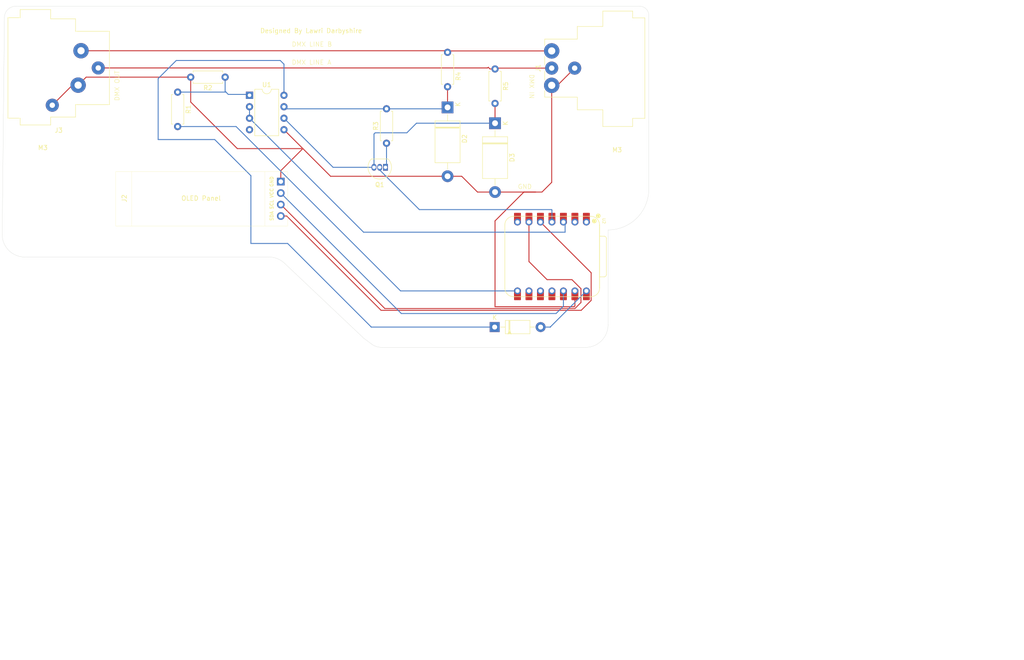
<source format=kicad_pcb>
(kicad_pcb (version 20240108) (generator "pcbnew") (generator_version "8.0")
  (layers (0 "F.Cu" signal) (31 "B.Cu" signal) (34 "B.Paste" user) (35 "F.Paste" user) (36 "B.SilkS" user "B.Silkscreen") (37 "F.SilkS" user "F.Silkscreen") (38 "B.Mask" user) (39 "F.Mask" user) (44 "Edge.Cuts" user))
  (net 0 "")
  (net 1 "+5V")
  (net 2 "Net-(D1-A)")
  (net 3 "Net-(D2-A1)")
  (net 4 "GND")
  (net 5 "Net-(D3-A1)")
  (net 6 "Net-(J1-Pad3)")
  (net 7 "Net-(J1-Pad2)")
  (net 8 "VCC")
  (net 9 "SCL")
  (net 10 "SDA")
  (net 11 "Net-(Q1-E)")
  (net 12 "TERM CONTROL")
  (net 13 "RX")
  (net 14 "/5V")
  (net 15 "TX{slash}RX Control")
  (net 16 "TX")
  (footprint "Seeed Studio XIAO Series Library:XIAO-ESP32C3-DIP" (layer "F.Cu") (at 172.58 105 -90)
    (property "Reference" "U2" (at -8 -11.5 -90) (layer "F.SilkS") (effects (font (size 0.635 0.635) (thickness 0.1016))))
    (property "Value" "XIAO-ESP32-C3-DIP")
    (fp_line (start -7.105 10.414) (end 6.865 10.414) (stroke (width 0.127)) (layer "F.SilkS"))
    (fp_line (start -9.01 8.509) (end -9.01 -8.636) (stroke (width 0.127)) (layer "F.SilkS"))
    (fp_line (start 8.77 8.509) (end 8.77 -8.636) (stroke (width 0.127)) (layer "F.SilkS"))
    (fp_line (start -4.615 -10.541) (end -4.611272 -11.551272) (stroke (width 0.127)) (layer "F.SilkS"))
    (fp_line (start 6.865 -10.541) (end -7.105 -10.541) (stroke (width 0.1)) (layer "F.SilkS"))
    (fp_line (start 6.865 -10.541) (end -7.105 -10.541) (stroke (width 0.127)) (layer "F.SilkS"))
    (fp_line (start 4.384 -11.551) (end 4.384 -10.541) (stroke (width 0.127)) (layer "F.SilkS"))
    (fp_line (start -4.111272 -12.051) (end 3.884 -12.051) (stroke (width 0.127)) (layer "F.SilkS"))
    (fp_arc (start -7.105 10.414) (mid -8.452038 9.856038) (end -9.01 8.509) (stroke (width 0.127)) (layer "F.SilkS"))
    (fp_arc (start 8.77 8.509) (mid 8.212038 9.856038) (end 6.865 10.414) (stroke (width 0.127)) (layer "F.SilkS"))
    (fp_arc (start -9.01 -8.636) (mid -8.452038 -9.983038) (end -7.105 -10.541) (stroke (width 0.127)) (layer "F.SilkS"))
    (fp_arc (start 6.865 -10.541) (mid 8.212038 -9.983038) (end 8.77 -8.636) (stroke (width 0.127)) (layer "F.SilkS"))
    (fp_arc (start -4.611272 -11.551272) (mid -4.464724 -11.904644) (end -4.111272 -12.051) (stroke (width 0.127)) (layer "F.SilkS"))
    (fp_arc (start 3.884 -12.051) (mid 4.237553 -11.904553) (end 4.384 -11.551) (stroke (width 0.127)) (layer "F.SilkS"))
    (fp_circle (center -7.977 -9.37) (end -7.977 -9.624) (stroke (width 0.5)) (fill solid) (layer "F.SilkS"))
    (fp_circle (center -9.12 -10.25) (end -9.12 -10.504) (stroke (width 0.5)) (fill solid) (layer "F.SilkS"))
    (pad "1" smd roundrect (at -8.575 -7.62 90) (size 2.432 1.524) (layers "F.Cu" "F.Mask") (roundrect_rratio 0.1))
    (pad "1" thru_hole circle (at -7.74 -7.62 90) (size 1.524 1.524) (drill 0.889) (layers "*.Cu" "*.Mask"))
    (pad "2" smd roundrect (at -8.575 -5.08 90) (size 2.432 1.524) (layers "F.Cu" "F.Mask") (roundrect_rratio 0.1))
    (pad "2" thru_hole circle (at -7.74 -5.08 90) (size 1.524 1.524) (drill 0.889) (layers "*.Cu" "*.Mask"))
    (pad "3" smd roundrect (at -8.575 -2.54 90) (size 2.432 1.524) (layers "F.Cu" "F.Mask") (roundrect_rratio 0.1) (net 15 "TX{slash}RX Control"))
    (pad "3" thru_hole circle (at -7.74 -2.54 90) (size 1.524 1.524) (drill 0.889) (layers "*.Cu" "*.Mask") (net 15 "TX{slash}RX Control"))
    (pad "4" smd roundrect (at -8.575 0 90) (size 2.432 1.524) (layers "F.Cu" "F.Mask") (roundrect_rratio 0.1) (net 12 "TERM CONTROL"))
    (pad "4" thru_hole circle (at -7.74 0 90) (size 1.524 1.524) (drill 0.889) (layers "*.Cu" "*.Mask") (net 12 "TERM CONTROL"))
    (pad "5" smd roundrect (at -8.575 2.54 90) (size 2.432 1.524) (layers "F.Cu" "F.Mask") (roundrect_rratio 0.1) (net 10 "SDA"))
    (pad "5" thru_hole circle (at -7.74 2.54 90) (size 1.524 1.524) (drill 0.889) (layers "*.Cu" "*.Mask") (net 10 "SDA"))
    (pad "6" smd roundrect (at -8.575 5.08 90) (size 2.432 1.524) (layers "F.Cu" "F.Mask") (roundrect_rratio 0.1) (net 9 "SCL"))
    (pad "6" thru_hole circle (at -7.74 5.08 90) (size 1.524 1.524) (drill 0.889) (layers "*.Cu" "*.Mask") (net 9 "SCL"))
    (pad "7" smd roundrect (at -8.575 7.62 90) (size 2.432 1.524) (layers "F.Cu" "F.Mask") (roundrect_rratio 0.1) (net 16 "TX"))
    (pad "7" thru_hole circle (at -7.74 7.62 90) (size 1.524 1.524) (drill 0.889) (layers "*.Cu" "*.Mask") (net 16 "TX"))
    (pad "8" thru_hole circle (at 7.5 7.62 270) (size 1.524 1.524) (drill 0.889) (layers "*.Cu" "*.Mask") (net 13 "RX"))
    (pad "8" smd roundrect (at 8.335 7.62 270) (size 2.432 1.524) (layers "F.Cu" "F.Mask") (roundrect_rratio 0.1) (net 13 "RX"))
    (pad "9" thru_hole circle (at 7.5 5.08 270) (size 1.524 1.524) (drill 0.889) (layers "*.Cu" "*.Mask"))
    (pad "9" smd roundrect (at 8.335 5.08 270) (size 2.432 1.524) (layers "F.Cu" "F.Mask") (roundrect_rratio 0.1))
    (pad "10" thru_hole circle (at 7.5 2.54 270) (size 1.524 1.524) (drill 0.889) (layers "*.Cu" "*.Mask"))
    (pad "10" smd roundrect (at 8.335 2.54 270) (size 2.432 1.524) (layers "F.Cu" "F.Mask") (roundrect_rratio 0.1))
    (pad "11" thru_hole circle (at 7.5 0 270) (size 1.524 1.524) (drill 0.889) (layers "*.Cu" "*.Mask"))
    (pad "11" smd roundrect (at 8.335 0 270) (size 2.432 1.524) (layers "F.Cu" "F.Mask") (roundrect_rratio 0.1))
    (pad "12" thru_hole circle (at 7.5 -2.54 270) (size 1.524 1.524) (drill 0.889) (layers "*.Cu" "*.Mask") (net 8 "VCC"))
    (pad "12" smd roundrect (at 8.335 -2.54 270) (size 2.432 1.524) (layers "F.Cu" "F.Mask") (roundrect_rratio 0.1) (net 8 "VCC"))
    (pad "13" thru_hole circle (at 7.5 -5.08 270) (size 1.524 1.524) (drill 0.889) (layers "*.Cu" "*.Mask") (net 4 "GND"))
    (pad "13" smd roundrect (at 8.335 -5.08 270) (size 2.432 1.524) (layers "F.Cu" "F.Mask") (roundrect_rratio 0.1) (net 4 "GND"))
    (pad "14" thru_hole circle (at 7.5 -7.62 270) (size 1.524 1.524) (drill 0.889) (layers "*.Cu" "*.Mask") (net 2 "Net-(D1-A)"))
    (pad "14" smd roundrect (at 8.335 -7.62 270) (size 2.432 1.524) (layers "F.Cu" "F.Mask") (roundrect_rratio 0.1) (net 2 "Net-(D1-A)"))
  )
  (footprint "Package_TO_SOT_THT:TO-92_Inline" (layer "F.Cu") (at 135.77 85.14 180)
    (property "Reference" "Q1" (at 1.27 -3.86 0) (layer "F.SilkS"))
    (property "Value" "2N3904")
    (fp_line (start -0.53 1.85) (end 3.07 1.85) (stroke (width 0.12)) (layer "F.SilkS"))
    (fp_arc (start 1.27 -2.6) (mid 3.672087 -0.994977) (end 3.108478 1.838478) (stroke (width 0.12)) (layer "F.SilkS"))
    (fp_arc (start -0.568478 1.838478) (mid -1.132087 -0.994977) (end 1.27 -2.6) (stroke (width 0.12)) (layer "F.SilkS"))
    (pad "1" thru_hole rect (at 0 0 180) (size 1.05 1.5) (drill 0.75) (layers "*.Cu" "*.Mask") (net 11 "Net-(Q1-E)"))
    (pad "2" thru_hole oval (at 1.27 0 180) (size 1.05 1.5) (drill 0.75) (layers "*.Cu" "*.Mask") (net 12 "TERM CONTROL"))
    (pad "3" thru_hole oval (at 2.54 0 180) (size 1.05 1.5) (drill 0.75) (layers "*.Cu" "*.Mask") (net 5 "Net-(D3-A1)"))
  )
  (footprint "Connector_Audio:Jack_XLR_Neutrik_NC3MAAH_Horizontal" (layer "F.Cu") (at 172.53 67 90)
    (property "Reference" "J1" (at 3.81 -3 90) (layer "F.SilkS"))
    (property "Value" "XLR3 IN")
    (fp_line (start 10.23 -1.54) (end 8.81 -1.54) (stroke (width 0.12)) (layer "F.SilkS"))
    (fp_line (start 4.51 -1.54) (end 6.41 -1.54) (stroke (width 0.12)) (layer "F.SilkS"))
    (fp_line (start 3.11 -1.54) (end 1.21 -1.54) (stroke (width 0.12)) (layer "F.SilkS"))
    (fp_line (start -1.19 -1.54) (end -2.61 -1.54) (stroke (width 0.12)) (layer "F.SilkS"))
    (fp_line (start 10.23 5.66) (end 10.23 -1.54) (stroke (width 0.12)) (layer "F.SilkS"))
    (fp_line (start 10.23 5.66) (end 13.03 5.66) (stroke (width 0.12)) (layer "F.SilkS"))
    (fp_line (start -2.61 5.66) (end -2.61 -1.54) (stroke (width 0.12)) (layer "F.SilkS"))
    (fp_line (start -2.61 5.66) (end -5.41 5.66) (stroke (width 0.12)) (layer "F.SilkS"))
    (fp_line (start 13.03 11.31) (end 13.03 5.66) (stroke (width 0.12)) (layer "F.SilkS"))
    (fp_line (start 13.03 11.31) (end 16.43 11.31) (stroke (width 0.12)) (layer "F.SilkS"))
    (fp_line (start -5.41 11.31) (end -5.41 5.66) (stroke (width 0.12)) (layer "F.SilkS"))
    (fp_line (start -9.11 11.31) (end -5.41 11.31) (stroke (width 0.12)) (layer "F.SilkS"))
    (fp_line (start 16.43 17.9) (end 16.43 11.31) (stroke (width 0.12)) (layer "F.SilkS"))
    (fp_line (start 16.43 17.9) (end 14.93 17.9) (stroke (width 0.12)) (layer "F.SilkS"))
    (fp_line (start 14.93 17.9) (end 14.93 20.6) (stroke (width 0.12)) (layer "F.SilkS"))
    (fp_line (start -7.31 17.9) (end -9.11 17.9) (stroke (width 0.12)) (layer "F.SilkS"))
    (fp_line (start -7.31 17.9) (end -7.31 20.6) (stroke (width 0.12)) (layer "F.SilkS"))
    (fp_line (start -9.11 17.9) (end -9.11 11.31) (stroke (width 0.12)) (layer "F.SilkS"))
    (fp_line (start 14.93 20.6) (end -7.31 20.6) (stroke (width 0.12)) (layer "F.SilkS"))
    (pad "" np_thru_hole circle (at 0 8.89 90) (size 1.6 1.6) (drill 1.6) (layers "*.Cu" "*.Mask"))
    (pad "" np_thru_hole circle (at 7.62 13.97 90) (size 1.6 1.6) (drill 1.6) (layers "*.Cu" "*.Mask"))
    (pad "1" thru_hole circle (at 0 0 90) (size 3.4 3.4) (drill 1.6) (layers "*.Cu" "*.Mask") (net 4 "GND"))
    (pad "2" thru_hole circle (at 7.62 0 90) (size 3.4 3.4) (drill 1.6) (layers "*.Cu" "*.Mask") (net 7 "Net-(J1-Pad2)"))
    (pad "3" thru_hole circle (at 3.81 0 90) (size 2.9 2.9) (drill 1.2) (layers "*.Cu" "*.Mask") (net 6 "Net-(J1-Pad3)"))
    (pad "G" thru_hole circle (at 3.81 5.08 90) (size 2.9 2.9) (drill 1.2) (layers "*.Cu" "*.Mask") (net 4 "GND"))
  )
  (footprint "Resistor_THT:R_Axial_DIN0207_L6.3mm_D2.5mm_P7.62mm_Horizontal" (layer "F.Cu") (at 89.81 68.5 -90)
    (property "Reference" "R1" (at 3.81 -2.37 90) (layer "F.SilkS"))
    (property "Value" "3.3kΩ")
    (fp_line (start 0.54 1.37) (end 7.08 1.37) (stroke (width 0.12)) (layer "F.SilkS"))
    (fp_line (start 7.08 1.37) (end 7.08 1.04) (stroke (width 0.12)) (layer "F.SilkS"))
    (fp_line (start 0.54 1.04) (end 0.54 1.37) (stroke (width 0.12)) (layer "F.SilkS"))
    (fp_line (start 0.54 -1.04) (end 0.54 -1.37) (stroke (width 0.12)) (layer "F.SilkS"))
    (fp_line (start 0.54 -1.37) (end 7.08 -1.37) (stroke (width 0.12)) (layer "F.SilkS"))
    (fp_line (start 7.08 -1.37) (end 7.08 -1.04) (stroke (width 0.12)) (layer "F.SilkS"))
    (pad "1" thru_hole circle (at 0 0 270) (size 1.6 1.6) (drill 0.8) (layers "*.Cu" "*.Mask") (net 14 "/5V"))
    (pad "2" thru_hole oval (at 7.62 0 270) (size 1.6 1.6) (drill 0.8) (layers "*.Cu" "*.Mask") (net 13 "RX"))
  )
  (footprint "KiCad-SSD1306-0.91-OLED-4pin-128x32:SSD1306-0.91-OLED-4pin-128x32" (layer "F.Cu") (at 76.115 86.115)
    (property "Reference" "J2" (at 1.9 5.91 90) (layer "F.SilkS"))
    (property "Value" "Conn_01x04")
    (fp_line (start 0 0) (end 0 12) (stroke (width 0.04)) (layer "F.SilkS"))
    (fp_line (start 0 12) (end 38 12) (stroke (width 0.04)) (layer "F.SilkS"))
    (fp_line (start 3.5 0) (end 3.5 12) (stroke (width 0.04)) (layer "F.SilkS"))
    (fp_line (start 33 0) (end 33 12) (stroke (width 0.04)) (layer "F.SilkS"))
    (fp_line (start 38 0) (end 0 0) (stroke (width 0.04)) (layer "F.SilkS"))
    (fp_line (start 38 12) (end 38 0) (stroke (width 0.04)) (layer "F.SilkS"))
    (fp_text user "GND" (at 34.5 2.19 -90) (layer "F.SilkS") (effects (font (size 0.75 0.75))))
    (fp_text user "VCC" (at 34.5 4.73 -90) (layer "F.SilkS") (effects (font (size 0.75 0.75))))
    (fp_text user "OLED Panel" (at 18.885 5.885 0) (layer "F.SilkS"))
    (fp_text user "SDA" (at 34.5 9.81 -90) (layer "F.SilkS") (effects (font (size 0.75 0.75))))
    (fp_text user "SCL" (at 34.5 7.27 -90) (layer "F.SilkS") (effects (font (size 0.75 0.75))))
    (pad "1" thru_hole rect (at 36.5 2.19) (size 1.7 1.7) (drill 1) (layers "*.Cu" "*.Mask") (net 4 "GND"))
    (pad "2" thru_hole oval (at 36.5 4.73) (size 1.7 1.7) (drill 1) (layers "*.Cu" "*.Mask") (net 8 "VCC"))
    (pad "3" thru_hole oval (at 36.5 7.27) (size 1.7 1.7) (drill 1) (layers "*.Cu" "*.Mask") (net 9 "SCL"))
    (pad "4" thru_hole oval (at 36.5 9.81) (size 1.7 1.7) (drill 1) (layers "*.Cu" "*.Mask") (net 10 "SDA"))
  )
  (footprint "Resistor_THT:R_Axial_DIN0207_L6.3mm_D2.5mm_P7.62mm_Horizontal" (layer "F.Cu") (at 160 63.38 -90)
    (property "Reference" "R5" (at 3.81 -2.37 90) (layer "F.SilkS"))
    (property "Value" "100Ω")
    (fp_line (start 0.54 1.37) (end 7.08 1.37) (stroke (width 0.12)) (layer "F.SilkS"))
    (fp_line (start 7.08 1.37) (end 7.08 1.04) (stroke (width 0.12)) (layer "F.SilkS"))
    (fp_line (start 0.54 1.04) (end 0.54 1.37) (stroke (width 0.12)) (layer "F.SilkS"))
    (fp_line (start 0.54 -1.04) (end 0.54 -1.37) (stroke (width 0.12)) (layer "F.SilkS"))
    (fp_line (start 0.54 -1.37) (end 7.08 -1.37) (stroke (width 0.12)) (layer "F.SilkS"))
    (fp_line (start 7.08 -1.37) (end 7.08 -1.04) (stroke (width 0.12)) (layer "F.SilkS"))
    (pad "1" thru_hole circle (at 0 0 270) (size 1.6 1.6) (drill 0.8) (layers "*.Cu" "*.Mask") (net 6 "Net-(J1-Pad3)"))
    (pad "2" thru_hole oval (at 7.62 0 270) (size 1.6 1.6) (drill 0.8) (layers "*.Cu" "*.Mask") (net 5 "Net-(D3-A1)"))
  )
  (footprint "Resistor_THT:R_Axial_DIN0207_L6.3mm_D2.5mm_P7.62mm_Horizontal" (layer "F.Cu") (at 100.31 65.19 180)
    (property "Reference" "R2" (at 3.81 -2.37 0) (layer "F.SilkS"))
    (property "Value" "1.8kΩ")
    (fp_line (start 7.08 1.37) (end 7.08 1.04) (stroke (width 0.12)) (layer "F.SilkS"))
    (fp_line (start 7.08 -1.37) (end 7.08 -1.04) (stroke (width 0.12)) (layer "F.SilkS"))
    (fp_line (start 0.54 1.37) (end 7.08 1.37) (stroke (width 0.12)) (layer "F.SilkS"))
    (fp_line (start 0.54 1.04) (end 0.54 1.37) (stroke (width 0.12)) (layer "F.SilkS"))
    (fp_line (start 0.54 -1.04) (end 0.54 -1.37) (stroke (width 0.12)) (layer "F.SilkS"))
    (fp_line (start 0.54 -1.37) (end 7.08 -1.37) (stroke (width 0.12)) (layer "F.SilkS"))
    (pad "1" thru_hole circle (at 0 0 180) (size 1.6 1.6) (drill 0.8) (layers "*.Cu" "*.Mask") (net 14 "/5V"))
    (pad "2" thru_hole oval (at 7.62 0 180) (size 1.6 1.6) (drill 0.8) (layers "*.Cu" "*.Mask") (net 4 "GND"))
  )
  (footprint "Diode_THT:D_DO-201AE_P15.24mm_Horizontal" (layer "F.Cu") (at 160 75.38 -90)
    (property "Reference" "D3" (at 7.62 -3.77 90) (layer "F.SilkS"))
    (property "Value" "1.5KExxCA")
    (fp_line (start 3 2.77) (end 12.24 2.77) (stroke (width 0.12)) (layer "F.SilkS"))
    (fp_line (start 12.24 2.77) (end 12.24 -2.77) (stroke (width 0.12)) (layer "F.SilkS"))
    (fp_line (start 1.54 0) (end 3 0) (stroke (width 0.12)) (layer "F.SilkS"))
    (fp_line (start 13.7 0) (end 12.24 0) (stroke (width 0.12)) (layer "F.SilkS"))
    (fp_line (start 3 -2.77) (end 3 2.77) (stroke (width 0.12)) (layer "F.SilkS"))
    (fp_line (start 4.35 -2.77) (end 4.35 2.77) (stroke (width 0.12)) (layer "F.SilkS"))
    (fp_line (start 4.47 -2.77) (end 4.47 2.77) (stroke (width 0.12)) (layer "F.SilkS"))
    (fp_line (start 4.59 -2.77) (end 4.59 2.77) (stroke (width 0.12)) (layer "F.SilkS"))
    (fp_line (start 12.24 -2.77) (end 3 -2.77) (stroke (width 0.12)) (layer "F.SilkS"))
    (fp_text user "K" (at 0 -2.3 90) (layer "F.SilkS"))
    (pad "1" thru_hole rect (at 0 0 270) (size 2.6 2.6) (drill 1.3) (layers "*.Cu" "*.Mask") (net 5 "Net-(D3-A1)"))
    (pad "2" thru_hole oval (at 15.24 0 270) (size 2.6 2.6) (drill 1.3) (layers "*.Cu" "*.Mask") (net 4 "GND"))
  )
  (footprint "Resistor_THT:R_Axial_DIN0207_L6.3mm_D2.5mm_P7.62mm_Horizontal" (layer "F.Cu") (at 149.5 59.69 -90)
    (property "Reference" "R4" (at 5.31 -2.37 90) (layer "F.SilkS"))
    (property "Value" "100Ω")
    (fp_line (start 0.54 1.37) (end 7.08 1.37) (stroke (width 0.12)) (layer "F.SilkS"))
    (fp_line (start 7.08 1.37) (end 7.08 1.04) (stroke (width 0.12)) (layer "F.SilkS"))
    (fp_line (start 0.54 1.04) (end 0.54 1.37) (stroke (width 0.12)) (layer "F.SilkS"))
    (fp_line (start 0.54 -1.04) (end 0.54 -1.37) (stroke (width 0.12)) (layer "F.SilkS"))
    (fp_line (start 0.54 -1.37) (end 7.08 -1.37) (stroke (width 0.12)) (layer "F.SilkS"))
    (fp_line (start 7.08 -1.37) (end 7.08 -1.04) (stroke (width 0.12)) (layer "F.SilkS"))
    (pad "1" thru_hole circle (at 0 0 270) (size 1.6 1.6) (drill 0.8) (layers "*.Cu" "*.Mask") (net 7 "Net-(J1-Pad2)"))
    (pad "2" thru_hole oval (at 7.62 0 270) (size 1.6 1.6) (drill 0.8) (layers "*.Cu" "*.Mask") (net 3 "Net-(D2-A1)"))
  )
  (footprint "MountingHole:MountingHole_3.2mm_M3" (layer "F.Cu") (at 60 85)
    (property "Reference" "M3" (at 0 -4.2 0) (layer "F.SilkS"))
    (property "Value" "MountingHole_3.2mm_M3")
    (pad "" np_thru_hole circle (at 0 0) (size 3.2 3.2) (drill 3.2) (layers "*.Cu" "*.Mask"))
  )
  (footprint "Connector_Audio:Jack_XLR_Neutrik_NC3FAH2_Horizontal" (layer "F.Cu") (at 67.8 66.96 180)
    (property "Reference" "J3" (at 4.3 -10 0) (layer "F.SilkS"))
    (property "Value" "XLR3 OUT")
    (fp_line (start 15.52 -7.31) (end 15.52 14.93) (stroke (width 0.12)) (layer "F.SilkS"))
    (fp_line (start 12.82 16.73) (end 6.08 16.73) (stroke (width 0.12)) (layer "F.SilkS"))
    (fp_line (start 12.82 14.93) (end 15.52 14.93) (stroke (width 0.12)) (layer "F.SilkS"))
    (fp_line (start 12.82 14.93) (end 12.82 16.73) (stroke (width 0.12)) (layer "F.SilkS"))
    (fp_line (start 12.82 -7.31) (end 15.52 -7.31) (stroke (width 0.12)) (layer "F.SilkS"))
    (fp_line (start 12.82 -8.81) (end 12.82 -7.31) (stroke (width 0.12)) (layer "F.SilkS"))
    (fp_line (start 12.82 -8.81) (end 6.08 -8.81) (stroke (width 0.12)) (layer "F.SilkS"))
    (fp_line (start 6.08 16.73) (end 6.08 14.68) (stroke (width 0.12)) (layer "F.SilkS"))
    (fp_line (start 6.08 14.68) (end 0.58 14.68) (stroke (width 0.12)) (layer "F.SilkS"))
    (fp_line (start 6.08 -7.06) (end 6.08 -8.81) (stroke (width 0.12)) (layer "F.SilkS"))
    (fp_line (start 6.08 -7.06) (end 0.58 -7.06) (stroke (width 0.12)) (layer "F.SilkS"))
    (fp_line (start 0.58 11.93) (end 0.58 14.68) (stroke (width 0.12)) (layer "F.SilkS"))
    (fp_line (start 0.58 11.93) (end -6.92 11.93) (stroke (width 0.12)) (layer "F.SilkS"))
    (fp_line (start 0.58 -4.31) (end -6.92 -4.31) (stroke (width 0.12)) (layer "F.SilkS"))
    (fp_line (start 0.58 -7.06) (end 0.58 -4.31) (stroke (width 0.12)) (layer "F.SilkS"))
    (fp_line (start -6.92 -4.31) (end -6.92 11.93) (stroke (width 0.12)) (layer "F.SilkS"))
    (pad "" np_thru_hole circle (at 3.81 7.62 180) (size 1.6 1.6) (drill 1.6) (layers "*.Cu" "*.Mask"))
    (pad "" np_thru_hole circle (at 8.89 0 180) (size 1.6 1.6) (drill 1.6) (layers "*.Cu" "*.Mask"))
    (pad "1" thru_hole circle (at 0 0 180) (size 3.4 3.4) (drill 1.6) (layers "*.Cu" "*.Mask") (net 4 "GND"))
    (pad "2" thru_hole circle (at -0.635 7.62 180) (size 3.4 3.4) (drill 1.6) (layers "*.Cu" "*.Mask") (net 7 "Net-(J1-Pad2)"))
    (pad "3" thru_hole circle (at -4.45 3.81 180) (size 2.9 2.9) (drill 1.2) (layers "*.Cu" "*.Mask") (net 6 "Net-(J1-Pad3)"))
    (pad "G" thru_hole circle (at 5.72 -4.44 180) (size 2.9 2.9) (drill 1.2) (layers "*.Cu" "*.Mask") (net 4 "GND"))
  )
  (footprint "Diode_THT:D_DO-41_SOD81_P10.16mm_Horizontal" (layer "F.Cu") (at 159.92 120.5)
    (property "Reference" "D1" (hide yes))
    (property "Value" "D")
    (fp_line (start 1.34 0) (end 2.36 0) (stroke (width 0.12)) (layer "F.SilkS"))
    (fp_line (start 2.36 -1.47) (end 2.36 1.47) (stroke (width 0.12)) (layer "F.SilkS"))
    (fp_line (start 2.36 1.47) (end 7.8 1.47) (stroke (width 0.12)) (layer "F.SilkS"))
    (fp_line (start 3.14 -1.47) (end 3.14 1.47) (stroke (width 0.12)) (layer "F.SilkS"))
    (fp_line (start 3.26 -1.47) (end 3.26 1.47) (stroke (width 0.12)) (layer "F.SilkS"))
    (fp_line (start 3.38 -1.47) (end 3.38 1.47) (stroke (width 0.12)) (layer "F.SilkS"))
    (fp_line (start 7.8 -1.47) (end 2.36 -1.47) (stroke (width 0.12)) (layer "F.SilkS"))
    (fp_line (start 7.8 1.47) (end 7.8 -1.47) (stroke (width 0.12)) (layer "F.SilkS"))
    (fp_line (start 8.82 0) (end 7.8 0) (stroke (width 0.12)) (layer "F.SilkS"))
    (fp_text user "K" (at 0 -2.1 0) (layer "F.SilkS"))
    (fp_text user "A" (at 3.28 1.1 0) (layer "F.SilkS"))
    (pad "1" thru_hole rect (at 0 0) (size 2.2 2.2) (drill 1.1) (layers "*.Cu" "*.Mask") (net 1 "+5V"))
    (pad "2" thru_hole oval (at 10.16 0) (size 2.2 2.2) (drill 1.1) (layers "*.Cu" "*.Mask") (net 2 "Net-(D1-A)"))
  )
  (footprint "Package_DIP:DIP-8_W7.62mm" (layer "F.Cu") (at 105.7 69.2)
    (property "Reference" "U1" (at 3.81 -2.33 0) (layer "F.SilkS"))
    (property "Value" "MAX485E")
    (fp_line (start 1.16 -1.33) (end 1.16 8.95) (stroke (width 0.12)) (layer "F.SilkS"))
    (fp_line (start 1.16 8.95) (end 6.46 8.95) (stroke (width 0.12)) (layer "F.SilkS"))
    (fp_line (start 2.81 -1.33) (end 1.16 -1.33) (stroke (width 0.12)) (layer "F.SilkS"))
    (fp_line (start 6.46 -1.33) (end 4.81 -1.33) (stroke (width 0.12)) (layer "F.SilkS"))
    (fp_line (start 6.46 8.95) (end 6.46 -1.33) (stroke (width 0.12)) (layer "F.SilkS"))
    (fp_arc (start 4.81 -1.33) (mid 3.81 -0.33) (end 2.81 -1.33) (stroke (width 0.12)) (layer "F.SilkS"))
    (pad "1" thru_hole rect (at 0 0) (size 1.6 1.6) (drill 0.8) (layers "*.Cu" "*.Mask") (net 14 "/5V"))
    (pad "2" thru_hole oval (at 0 2.54) (size 1.6 1.6) (drill 0.8) (layers "*.Cu" "*.Mask") (net 15 "TX{slash}RX Control"))
    (pad "3" thru_hole oval (at 0 5.08) (size 1.6 1.6) (drill 0.8) (layers "*.Cu" "*.Mask") (net 15 "TX{slash}RX Control"))
    (pad "4" thru_hole oval (at 0 7.62) (size 1.6 1.6) (drill 0.8) (layers "*.Cu" "*.Mask") (net 16 "TX"))
    (pad "5" thru_hole oval (at 7.62 7.62) (size 1.6 1.6) (drill 0.8) (layers "*.Cu" "*.Mask") (net 4 "GND"))
    (pad "6" thru_hole oval (at 7.62 5.08) (size 1.6 1.6) (drill 0.8) (layers "*.Cu" "*.Mask") (net 5 "Net-(D3-A1)"))
    (pad "7" thru_hole oval (at 7.62 2.54) (size 1.6 1.6) (drill 0.8) (layers "*.Cu" "*.Mask") (net 3 "Net-(D2-A1)"))
    (pad "8" thru_hole oval (at 7.62 0) (size 1.6 1.6) (drill 0.8) (layers "*.Cu" "*.Mask") (net 1 "+5V"))
  )
  (footprint "Diode_THT:D_DO-201AE_P15.24mm_Horizontal" (layer "F.Cu") (at 149.5 71.88 -90)
    (property "Reference" "D2" (at 6.945 -3.77 90) (layer "F.SilkS"))
    (property "Value" "1.5KExxCA")
    (fp_line (start 3 2.77) (end 12.24 2.77) (stroke (width 0.12)) (layer "F.SilkS"))
    (fp_line (start 12.24 2.77) (end 12.24 -2.77) (stroke (width 0.12)) (layer "F.SilkS"))
    (fp_line (start 1.54 0) (end 3 0) (stroke (width 0.12)) (layer "F.SilkS"))
    (fp_line (start 13.7 0) (end 12.24 0) (stroke (width 0.12)) (layer "F.SilkS"))
    (fp_line (start 3 -2.77) (end 3 2.77) (stroke (width 0.12)) (layer "F.SilkS"))
    (fp_line (start 4.35 -2.77) (end 4.35 2.77) (stroke (width 0.12)) (layer "F.SilkS"))
    (fp_line (start 4.47 -2.77) (end 4.47 2.77) (stroke (width 0.12)) (layer "F.SilkS"))
    (fp_line (start 4.59 -2.77) (end 4.59 2.77) (stroke (width 0.12)) (layer "F.SilkS"))
    (fp_line (start 12.24 -2.77) (end 3 -2.77) (stroke (width 0.12)) (layer "F.SilkS"))
    (fp_text user "K" (at -0.675 -2.3 90) (layer "F.SilkS"))
    (pad "1" thru_hole rect (at 0 0 270) (size 2.6 2.6) (drill 1.3) (layers "*.Cu" "*.Mask") (net 3 "Net-(D2-A1)"))
    (pad "2" thru_hole oval (at 15.24 0 270) (size 2.6 2.6) (drill 1.3) (layers "*.Cu" "*.Mask") (net 4 "GND"))
  )
  (footprint "MountingHole:MountingHole_3.2mm_M3" (layer "F.Cu") (at 187 85.5)
    (property "Reference" "M3" (at 0 -4.2 0) (layer "F.SilkS"))
    (property "Value" "MountingHole_3.2mm_M3" (hide yes))
    (pad "" np_thru_hole circle (at 0 0) (size 3.2 3.2) (drill 3.2) (layers "*.Cu" "*.Mask"))
  )
  (footprint "Resistor_THT:R_Axial_DIN0207_L6.3mm_D2.5mm_P7.62mm_Horizontal" (layer "F.Cu") (at 136 79.81 90)
    (property "Reference" "R3" (at 3.81 -2.37 90) (layer "F.SilkS"))
    (property "Value" "120Ω")
    (fp_line (start 7.08 -1.37) (end 7.08 -1.04) (stroke (width 0.12)) (layer "F.SilkS"))
    (fp_line (start 0.54 -1.37) (end 7.08 -1.37) (stroke (width 0.12)) (layer "F.SilkS"))
    (fp_line (start 0.54 -1.04) (end 0.54 -1.37) (stroke (width 0.12)) (layer "F.SilkS"))
    (fp_line (start 0.54 1.04) (end 0.54 1.37) (stroke (width 0.12)) (layer "F.SilkS"))
    (fp_line (start 7.08 1.37) (end 7.08 1.04) (stroke (width 0.12)) (layer "F.SilkS"))
    (fp_line (start 0.54 1.37) (end 7.08 1.37) (stroke (width 0.12)) (layer "F.SilkS"))
    (pad "1" thru_hole circle (at 0 0 90) (size 1.6 1.6) (drill 0.8) (layers "*.Cu" "*.Mask") (net 11 "Net-(Q1-E)"))
    (pad "2" thru_hole oval (at 7.62 0 90) (size 1.6 1.6) (drill 0.8) (layers "*.Cu" "*.Mask") (net 3 "Net-(D2-A1)"))
  )
  (gr_line (start 106 69) (end 101 69) (stroke (width 0.2)) (layer "B.Cu") (net 14))
  (gr_line (start 51.5 52) (end 51 100) (stroke (width 0.05)) (layer "Edge.Cuts"))
  (gr_arc (start 56 105) (mid 52.464466 103.535534) (end 51 100) (stroke (width 0.05)) (layer "Edge.Cuts"))
  (gr_line (start 110 105) (end 56 105) (stroke (width 0.05)) (layer "Edge.Cuts"))
  (gr_arc (start 110 105) (mid 111.913417 105.380602) (end 113.535534 106.464466) (stroke (width 0.05)) (layer "Edge.Cuts"))
  (gr_arc (start 185 120) (mid 183.535534 123.535534) (end 180 125) (stroke (width 0.05)) (layer "Edge.Cuts"))
  (gr_arc (start 194 90) (mid 191.363961 96.363961) (end 185 99) (stroke (width 0.05)) (layer "Edge.Cuts"))
  (gr_line (start 192 49.5) (end 54 49.5) (stroke (width 0.05)) (layer "Edge.Cuts"))
  (gr_line (start 194 75) (end 194 90) (stroke (width 0.05)) (layer "Edge.Cuts"))
  (gr_line (start 131 123) (end 113.535534 106.464466) (stroke (width 0.05)) (layer "Edge.Cuts"))
  (gr_line (start 185 110) (end 185 120) (stroke (width 0.05)) (layer "Edge.Cuts"))
  (gr_arc (start 192 49.5) (mid 193.414214 50.085786) (end 194 51.5) (stroke (width 0.05)) (layer "Edge.Cuts"))
  (gr_line (start 194 75) (end 194 51.5) (stroke (width 0.05)) (layer "Edge.Cuts"))
  (gr_line (start 185 100.5) (end 185 110) (stroke (width 0.05)) (layer "Edge.Cuts"))
  (gr_arc (start 135 125) (mid 133.89727 124.844995) (end 132.880004 124.391993) (stroke (width 0.05)) (layer "Edge.Cuts"))
  (gr_line (start 185 99) (end 185 100.5) (stroke (width 0.05)) (layer "Edge.Cuts"))
  (gr_arc (start 51.5 52) (mid 52.232233 50.232233) (end 54 49.5) (stroke (width 0.05)) (layer "Edge.Cuts"))
  (gr_line (start 131 123) (end 132.880004 124.391993) (stroke (width 0.05)) (layer "Edge.Cuts"))
  (gr_line (start 180 125) (end 135 125) (stroke (width 0.05)) (layer "Edge.Cuts"))
  (gr_text "DMX IN" (at 167.5 64.5 -90) (layer "F.SilkS") (effects (font (size 1 1) (thickness 0.1)) (justify left bottom)))
  (gr_text "DMX OUT" (at 77 70.5 90) (layer "F.SilkS") (effects (font (size 1 1) (thickness 0.1)) (justify left bottom)))
  (gr_text "GND" (at 165 90 0) (layer "F.SilkS") (effects (font (size 1 1) (thickness 0.1)) (justify left bottom)))
  (gr_text "DMX LINE A" (at 115 62.5 0) (layer "F.SilkS") (effects (font (size 1 1) (thickness 0.1)) (justify left bottom)))
  (gr_text "DMX LINE B" (at 115 58.5 0) (layer "F.SilkS") (effects (font (size 1 1) (thickness 0.1)) (justify left bottom)))
  (gr_text "Designed By Lawri Darbyshire" (at 108 55.5 0) (layer "F.SilkS") (effects (font (size 1 1)) (justify left bottom)))
  (segment (start 89.5 61.5) (end 112.5 61.5) (width 0.2) (layer "B.Cu") (net 1))
  (segment (start 159.92 120.5) (end 132.634366 120.5) (width 0.2) (layer "B.Cu") (net 1))
  (segment (start 106 102) (end 106 87) (width 0.2) (layer "B.Cu") (net 1))
  (segment (start 114.134365 102) (end 106 102) (width 0.2) (layer "B.Cu") (net 1))
  (segment (start 85.5 65.5) (end 89.5 61.5) (width 0.2) (layer "B.Cu") (net 1))
  (segment (start 112.5 61.5) (end 113.32 62.32) (width 0.2) (layer "B.Cu") (net 1))
  (segment (start 132.634366 120.5) (end 132.567183 120.432817) (width 0.2) (layer "B.Cu") (net 1))
  (segment (start 85.5 79) (end 85.5 65.5) (width 0.2) (layer "B.Cu") (net 1))
  (segment (start 98 79) (end 85.5 79) (width 0.2) (layer "B.Cu") (net 1))
  (segment (start 132.634365 120.5) (end 132.567183 120.432817) (width 0.2) (layer "B.Cu") (net 1))
  (segment (start 132.567183 120.432817) (end 114.134365 102) (width 0.2) (layer "B.Cu") (net 1))
  (segment (start 113.32 62.32) (end 113.32 69.2) (width 0.2) (layer "B.Cu") (net 1))
  (segment (start 106 87) (end 98 79) (width 0.2) (layer "B.Cu") (net 1))
  (segment (start 172.2 120.5) (end 170.08 120.5) (width 0.2) (layer "B.Cu") (net 2))
  (segment (start 180.2 112.5) (end 172.257818 120.442182) (width 0.2) (layer "B.Cu") (net 2))
  (segment (start 172.257818 120.442182) (end 172.257818 120.5) (width 0.2) (layer "B.Cu") (net 2))
  (segment (start 172.257818 120.442182) (end 172.2 120.5) (width 0.2) (layer "B.Cu") (net 2))
  (segment (start 149.5 67.31) (end 149.5 71.88) (width 0.2) (layer "F.Cu") (net 3))
  (segment (start 136 72.19) (end 113.77 72.19) (width 0.2) (layer "B.Cu") (net 3))
  (segment (start 113.77 72.19) (end 113.32 71.74) (width 0.2) (layer "B.Cu") (net 3))
  (segment (start 136 72.19) (end 149.19 72.19) (width 0.2) (layer "B.Cu") (net 3))
  (segment (start 149.19 72.19) (end 149.5 71.88) (width 0.2) (layer "B.Cu") (net 3))
  (segment (start 149.5 87.12) (end 152.62 87.12) (width 0.2) (layer "F.Cu") (net 4))
  (segment (start 92.69 70.69) (end 103 81) (width 0.2) (layer "F.Cu") (net 4))
  (segment (start 112.615 85.885) (end 117.5 81) (width 0.2) (layer "F.Cu") (net 4))
  (segment (start 177.66 115.84) (end 177.5 116) (width 0.2) (layer "F.Cu") (net 4))
  (segment (start 149.5 87.12) (end 123.62 87.12) (width 0.2) (layer "F.Cu") (net 4))
  (segment (start 152.62 87.12) (end 156.12 90.62) (width 0.2) (layer "F.Cu") (net 4))
  (segment (start 156.12 90.62) (end 160 90.62) (width 0.2) (layer "F.Cu") (net 4))
  (segment (start 92.69 65.19) (end 92.69 70.69) (width 0.2) (layer "F.Cu") (net 4))
  (segment (start 66.52 66.96) (end 67.8 66.96) (width 0.2) (layer "F.Cu") (net 4))
  (segment (start 103 81) (end 117.5 81) (width 0.2) (layer "F.Cu") (net 4))
  (segment (start 173.8 67) (end 172.53 67) (width 0.2) (layer "F.Cu") (net 4))
  (segment (start 177.66 112.5) (end 177.66 115.84) (width 0.2) (layer "F.Cu") (net 4))
  (segment (start 177.61 63.19) (end 173.8 67) (width 0.2) (layer "F.Cu") (net 4))
  (segment (start 172.53 88.47) (end 170.38 90.62) (width 0.2) (layer "F.Cu") (net 4))
  (segment (start 172.53 67) (end 172.53 88.47) (width 0.2) (layer "F.Cu") (net 4))
  (segment (start 117.5 81) (end 113.32 76.82) (width 0.2) (layer "F.Cu") (net 4))
  (segment (start 170.38 90.62) (end 160 90.62) (width 0.2) (layer "F.Cu") (net 4))
  (segment (start 112.615 88.305) (end 112.615 85.885) (width 0.2) (layer "F.Cu") (net 4))
  (segment (start 160 116) (end 160 97) (width 0.2) (layer "F.Cu") (net 4))
  (segment (start 123.62 87.12) (end 117.5 81) (width 0.2) (layer "F.Cu") (net 4))
  (segment (start 67.8 66.96) (end 69.57 65.19) (width 0.2) (layer "F.Cu") (net 4))
  (segment (start 160 97) (end 166.38 90.62) (width 0.2) (layer "F.Cu") (net 4))
  (segment (start 62.08 71.4) (end 66.52 66.96) (width 0.2) (layer "F.Cu") (net 4))
  (segment (start 166.38 90.62) (end 169 90.62) (width 0.2) (layer "F.Cu") (net 4))
  (segment (start 177.5 116) (end 160 116) (width 0.2) (layer "F.Cu") (net 4))
  (segment (start 69.57 65.19) (end 92.69 65.19) (width 0.2) (layer "F.Cu") (net 4))
  (segment (start 160 71) (end 160 75.38) (width 0.2) (layer "F.Cu") (net 5))
  (segment (start 140.5 77.5) (end 133.5 77.5) (width 0.2) (layer "B.Cu") (net 5))
  (segment (start 133.23 77.77) (end 133.23 85.14) (width 0.2) (layer "B.Cu") (net 5))
  (segment (start 142.62 75.38) (end 140.5 77.5) (width 0.2) (layer "B.Cu") (net 5))
  (segment (start 160 75.38) (end 142.62 75.38) (width 0.2) (layer "B.Cu") (net 5))
  (segment (start 133.5 77.5) (end 133.23 77.77) (width 0.2) (layer "B.Cu") (net 5))
  (segment (start 133.23 85.14) (end 124.18 85.14) (width 0.2) (layer "B.Cu") (net 5))
  (segment (start 124.18 85.14) (end 113.32 74.28) (width 0.2) (layer "B.Cu") (net 5))
  (segment (start 160 75.38) (end 159.62 75) (width 0.2) (layer "B.Cu") (net 5))
  (segment (start 160 63.38) (end 158.88 63.38) (width 0.2) (layer "F.Cu") (net 6))
  (segment (start 160.19 63.19) (end 160 63.38) (width 0.2) (layer "F.Cu") (net 6))
  (segment (start 158.88 63.38) (end 158.5 63) (width 0.2) (layer "F.Cu") (net 6))
  (segment (start 158.35 63.15) (end 72.25 63.15) (width 0.2) (layer "F.Cu") (net 6))
  (segment (start 158.5 63) (end 158.35 63.15) (width 0.2) (layer "F.Cu") (net 6))
  (segment (start 172.53 63.19) (end 160.19 63.19) (width 0.2) (layer "F.Cu") (net 6))
  (segment (start 149.81 59.38) (end 149.5 59.69) (width 0.2) (layer "F.Cu") (net 7))
  (segment (start 149.19 59.69) (end 148.84 59.34) (width 0.2) (layer "F.Cu") (net 7))
  (segment (start 172.53 59.38) (end 149.81 59.38) (width 0.2) (layer "F.Cu") (net 7))
  (segment (start 148.84 59.34) (end 68.435 59.34) (width 0.2) (layer "F.Cu") (net 7))
  (segment (start 149.5 59.69) (end 149.19 59.69) (width 0.2) (layer "F.Cu") (net 7))
  (segment (start 173.5 117.5) (end 175.12 115.88) (width 0.2) (layer "B.Cu") (net 8))
  (segment (start 112.615 90.845) (end 139.27 117.5) (width 0.2) (layer "B.Cu") (net 8))
  (segment (start 139.27 117.5) (end 173.5 117.5) (width 0.2) (layer "B.Cu") (net 8))
  (segment (start 175.12 115.88) (end 175.12 112.5) (width 0.2) (layer "B.Cu") (net 8))
  (segment (start 179 112) (end 177 110) (width 0.2) (layer "F.Cu") (net 9))
  (segment (start 177.665686 116.4) (end 179 115.065686) (width 0.2) (layer "F.Cu") (net 9))
  (segment (start 167.5 106) (end 167.5 97.26) (width 0.2) (layer "F.Cu") (net 9))
  (segment (start 171.5 110) (end 167.5 106) (width 0.2) (layer "F.Cu") (net 9))
  (segment (start 179 115.065686) (end 179 112) (width 0.2) (layer "F.Cu") (net 9))
  (segment (start 135.63 116.4) (end 177.665686 116.4) (width 0.2) (layer "F.Cu") (net 9))
  (segment (start 112.615 93.385) (end 135.63 116.4) (width 0.2) (layer "F.Cu") (net 9))
  (segment (start 177 110) (end 171.5 110) (width 0.2) (layer "F.Cu") (net 9))
  (segment (start 179.052214 116.8) (end 181.262 114.590214) (width 0.2) (layer "F.Cu") (net 10))
  (segment (start 113.925 95.925) (end 134.8 116.8) (width 0.2) (layer "F.Cu") (net 10))
  (segment (start 112.615 95.925) (end 113.925 95.925) (width 0.2) (layer "F.Cu") (net 10))
  (segment (start 181.262 114.590214) (end 181.262 108.482) (width 0.2) (layer "F.Cu") (net 10))
  (segment (start 181.262 108.482) (end 170.04 97.26) (width 0.2) (layer "F.Cu") (net 10))
  (segment (start 134.8 116.8) (end 179.052214 116.8) (width 0.2) (layer "F.Cu") (net 10))
  (segment (start 136 79.81) (end 136 84.91) (width 0.2) (layer "B.Cu") (net 11))
  (segment (start 136 84.91) (end 135.77 85.14) (width 0.2) (layer "B.Cu") (net 11))
  (segment (start 172.58 94.58) (end 172.58 97.26) (width 0.2) (layer "B.Cu") (net 12))
  (segment (start 134.5 85.745) (end 143.255 94.5) (width 0.2) (layer "B.Cu") (net 12))
  (segment (start 143.255 94.5) (end 172.5 94.5) (width 0.2) (layer "B.Cu") (net 12))
  (segment (start 172.5 94.5) (end 172.58 94.58) (width 0.2) (layer "B.Cu") (net 12))
  (segment (start 134.5 85.14) (end 134.5 85.745) (width 0.2) (layer "B.Cu") (net 12))
  (segment (start 139.11 112.5) (end 164.96 112.5) (width 0.2) (layer "B.Cu") (net 13))
  (segment (start 102.73 76.12) (end 139.11 112.5) (width 0.2) (layer "B.Cu") (net 13))
  (segment (start 89.81 76.12) (end 102.73 76.12) (width 0.2) (layer "B.Cu") (net 13))
  (segment (start 100.5 68.5) (end 89.81 68.5) (width 0.2) (layer "B.Cu") (net 14))
  (segment (start 100.5 68.5) (end 101 69) (width 0.2) (layer "B.Cu") (net 14))
  (segment (start 100.31 65.19) (end 100.31 68.31) (width 0.2) (layer "B.Cu") (net 14))
  (segment (start 100.31 68.31) (end 100.5 68.5) (width 0.2) (layer "B.Cu") (net 14))
  (segment (start 105.7 74.28) (end 130.92 99.5) (width 0.2) (layer "B.Cu") (net 15))
  (segment (start 175.5 97.64) (end 175.12 97.26) (width 0.2) (layer "B.Cu") (net 15))
  (segment (start 130.92 99.5) (end 175.5 99.5) (width 0.2) (layer "B.Cu") (net 15))
  (segment (start 105.7 71.74) (end 105.7 74.28) (width 0.2) (layer "B.Cu") (net 15))
  (segment (start 175.5 99.5) (end 175.5 97.64) (width 0.2) (layer "B.Cu") (net 15))
)
</source>
